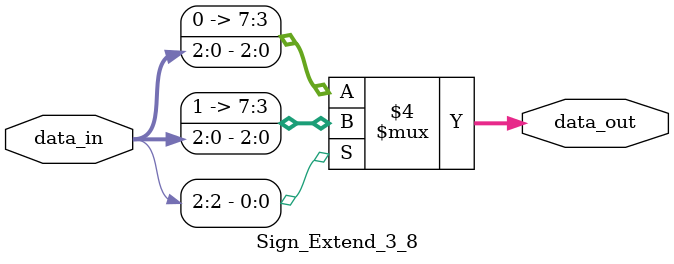
<source format=v>
`timescale 1ns / 1ps
module Sign_Extend_3_8(
	input [2:0] data_in,
	output reg [7:0] data_out
    );
	
	always@(*)
	begin
		if(data_in[2]==0) data_out = {5'b0, data_in};
		
		else data_out = {5'b11111, data_in};
	end

endmodule

</source>
